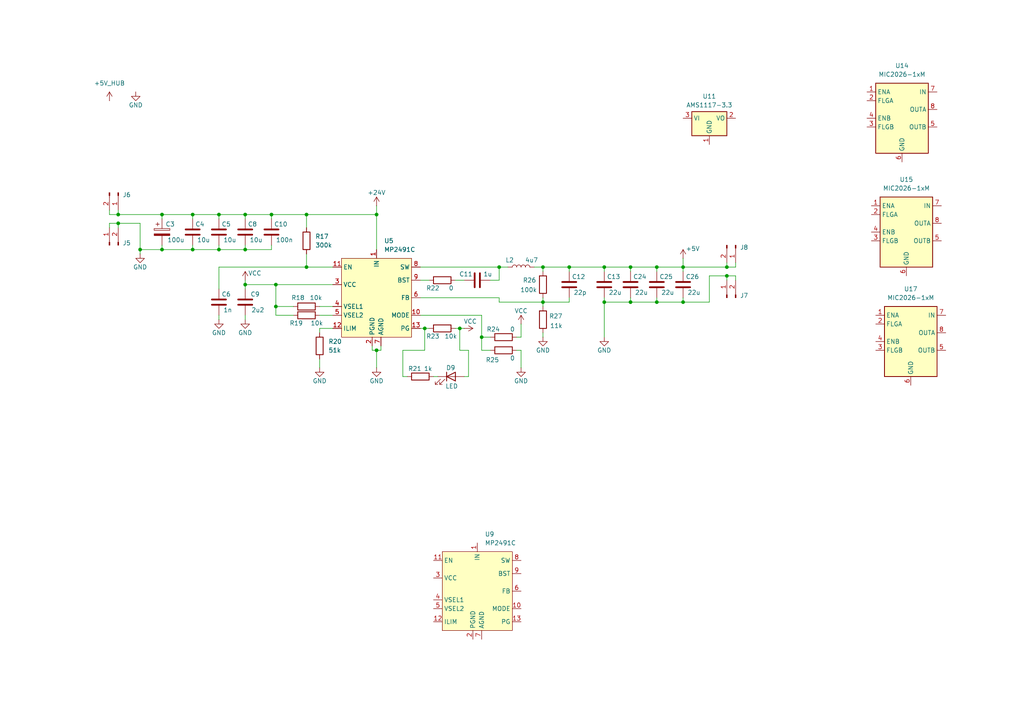
<source format=kicad_sch>
(kicad_sch (version 20231120) (generator "eeschema") (generator_version "8.0")
  (paper "A4")
  (lib_symbols
    (symbol "Connector:Conn_01x02_Pin" (pin_names (offset 1.016) hide)
      (property "Reference" "J" (at 0 2.54 0))
      (property "Value" "Conn_01x02_Pin" (at 0 -5.08 0))
      (symbol "Conn_01x02_Pin_1_1"
        (polyline (pts (xy 1.27 -2.54) (xy 0.8636 -2.54)) (stroke (width 0.1524)))
        (polyline (pts (xy 1.27 0) (xy 0.8636 0)) (stroke (width 0.1524)))
        (rectangle (start 0.8636 -2.413) (end 0 -2.667) (stroke (width 0.1524)) (fill (type outline)))
        (rectangle (start 0.8636 0.127) (end 0 -0.127) (stroke (width 0.1524)) (fill (type outline)))
        (pin passive line (at 5.08 0 180) (length 3.81) (name "Pin_1") (number "1"))
        (pin passive line (at 5.08 -2.54 180) (length 3.81) (name "Pin_2") (number "2"))
      )
    )
    (symbol "Device:C" (pin_numbers hide) (pin_names (offset 0.254))
      (property "Reference" "C" (at 0.635 2.54 0))
      (property "Value" "C" (at 0.635 -2.54 0))
      (symbol "C_0_1"
        (polyline (pts (xy -2.032 -0.762) (xy 2.032 -0.762)) (stroke (width 0.508)))
        (polyline (pts (xy -2.032 0.762) (xy 2.032 0.762)) (stroke (width 0.508)))
      )
      (symbol "C_1_1"
        (pin passive line (at 0 3.81 270) (length 2.794) (name "~") (number "1"))
        (pin passive line (at 0 -3.81 90) (length 2.794) (name "~") (number "2"))
      )
    )
    (symbol "Device:C_Polarized" (pin_numbers hide) (pin_names (offset 0.254))
      (property "Reference" "C" (at 0.635 2.54 0))
      (property "Value" "C_Polarized" (at 0.635 -2.54 0))
      (symbol "C_Polarized_0_1"
        (rectangle (start -2.286 0.508) (end 2.286 1.016))
        (polyline (pts (xy -1.778 2.286) (xy -0.762 2.286)))
        (polyline (pts (xy -1.27 2.794) (xy -1.27 1.778)))
        (rectangle (start 2.286 -0.508) (end -2.286 -1.016) (fill (type outline)))
      )
      (symbol "C_Polarized_1_1"
        (pin passive line (at 0 3.81 270) (length 2.794) (name "~") (number "1"))
        (pin passive line (at 0 -3.81 90) (length 2.794) (name "~") (number "2"))
      )
    )
    (symbol "Device:L" (pin_numbers hide) (pin_names (offset 1.016) hide)
      (property "Reference" "L" (at -1.27 0 90))
      (property "Value" "L" (at 1.905 0 90))
      (symbol "L_0_1"
        (arc (start 0 -2.54) (mid 0.6323 -1.905) (end 0 -1.27))
        (arc (start 0 -1.27) (mid 0.6323 -0.635) (end 0 0))
        (arc (start 0 0) (mid 0.6323 0.635) (end 0 1.27))
        (arc (start 0 1.27) (mid 0.6323 1.905) (end 0 2.54))
      )
      (symbol "L_1_1"
        (pin passive line (at 0 3.81 270) (length 1.27) (name "1") (number "1"))
        (pin passive line (at 0 -3.81 90) (length 1.27) (name "2") (number "2"))
      )
    )
    (symbol "Device:LED" (pin_numbers hide) (pin_names (offset 1.016) hide)
      (property "Reference" "D" (at 0 2.54 0))
      (property "Value" "LED" (at 0 -2.54 0))
      (symbol "LED_0_1"
        (polyline (pts (xy -1.27 -1.27) (xy -1.27 1.27)) (stroke (width 0.254)))
        (polyline (pts (xy -1.27 0) (xy 1.27 0)))
        (polyline (pts (xy 1.27 -1.27) (xy 1.27 1.27) (xy -1.27 0) (xy 1.27 -1.27)) (stroke (width 0.254)))
        (polyline (pts (xy -3.048 -0.762) (xy -4.572 -2.286) (xy -3.81 -2.286) (xy -4.572 -2.286) (xy -4.572 -1.524)))
        (polyline (pts (xy -1.778 -0.762) (xy -3.302 -2.286) (xy -2.54 -2.286) (xy -3.302 -2.286) (xy -3.302 -1.524)))
      )
      (symbol "LED_1_1"
        (pin passive line (at -3.81 0 0) (length 2.54) (name "K") (number "1"))
        (pin passive line (at 3.81 0 180) (length 2.54) (name "A") (number "2"))
      )
    )
    (symbol "Device:R" (pin_numbers hide) (pin_names (offset 0))
      (property "Reference" "R" (at 2.032 0 90))
      (property "Value" "R" (at 0 0 90))
      (symbol "R_0_1"
        (rectangle (start -1.016 -2.54) (end 1.016 2.54) (stroke (width 0.254)))
      )
      (symbol "R_1_1"
        (pin passive line (at 0 3.81 270) (length 1.27) (name "~") (number "1"))
        (pin passive line (at 0 -3.81 90) (length 1.27) (name "~") (number "2"))
      )
    )
    (symbol "HK:MP2491C_HK"
      (property "Reference" "U" (at 0 0 0))
      (property "Value" "MP2491C" (at 5.842 13.462 0))
      (symbol "MP2491C_HK_1_1"
        (rectangle (start -10.16 11.43) (end 10.16 -11.43) (fill (type background)))
        (pin power_in line (at 0 13.97 270) (length 2.54) (name "IN") (number "1"))
        (pin input line (at 12.7 -5.08 180) (length 2.54) (name "MODE") (number "10"))
        (pin input line (at -12.7 8.89 0) (length 2.54) (name "EN") (number "11"))
        (pin input line (at -12.7 -8.89 0) (length 2.54) (name "ILIM") (number "12"))
        (pin output line (at 12.7 -8.89 180) (length 2.54) (name "PG") (number "13"))
        (pin power_in line (at -1.27 -13.97 90) (length 2.54) (name "PGND") (number "2"))
        (pin power_out line (at -12.7 3.81 0) (length 2.54) (name "VCC") (number "3"))
        (pin input line (at -12.7 -2.54 0) (length 2.54) (name "VSEL1") (number "4"))
        (pin input line (at -12.7 -5.08 0) (length 2.54) (name "VSEL2") (number "5"))
        (pin input line (at 12.7 0 180) (length 2.54) (name "FB") (number "6"))
        (pin power_in line (at 1.27 -13.97 90) (length 2.54) (name "AGND") (number "7"))
        (pin power_in line (at 12.7 8.89 180) (length 2.54) (name "SW") (number "8"))
        (pin input line (at 12.7 5.08 180) (length 2.54) (name "BST") (number "9"))
      )
    )
    (symbol "Power_Management:MIC2026-1xM"
      (property "Reference" "U" (at -7.62 11.43 0))
      (property "Value" "MIC2026-1xM" (at 12.7 11.43 0))
      (symbol "MIC2026-1xM_0_1"
        (rectangle (start -7.62 -10.16) (end 7.62 10.16) (stroke (width 0.254)) (fill (type background)))
      )
      (symbol "MIC2026-1xM_1_1"
        (pin input line (at -10.16 7.62 0) (length 2.54) (name "ENA") (number "1"))
        (pin output line (at -10.16 5.08 0) (length 2.54) (name "FLGA") (number "2"))
        (pin output line (at -10.16 -2.54 0) (length 2.54) (name "FLGB") (number "3"))
        (pin input line (at -10.16 0 0) (length 2.54) (name "ENB") (number "4"))
        (pin power_out line (at 10.16 -2.54 180) (length 2.54) (name "OUTB") (number "5"))
        (pin power_in line (at 0 -12.7 90) (length 2.54) (name "GND") (number "6"))
        (pin power_in line (at 10.16 7.62 180) (length 2.54) (name "IN") (number "7"))
        (pin power_out line (at 10.16 2.54 180) (length 2.54) (name "OUTA") (number "8"))
      )
    )
    (symbol "Regulator_Linear:AMS1117-3.3"
      (property "Reference" "U" (at -3.81 3.175 0))
      (property "Value" "AMS1117-3.3" (at 0 3.175 0))
      (symbol "AMS1117-3.3_0_1"
        (rectangle (start -5.08 -5.08) (end 5.08 1.905) (stroke (width 0.254)) (fill (type background)))
      )
      (symbol "AMS1117-3.3_1_1"
        (pin power_in line (at 0 -7.62 90) (length 2.54) (name "GND") (number "1"))
        (pin power_out line (at 7.62 0 180) (length 2.54) (name "VO") (number "2"))
        (pin power_in line (at -7.62 0 0) (length 2.54) (name "VI") (number "3"))
      )
    )
    (symbol "power:+24V" (power) (pin_numbers hide) (pin_names (offset 0) hide)
      (property "Value" "+24V" (at 0 3.556 0))
      (symbol "+24V_0_1"
        (polyline (pts (xy -0.762 1.27) (xy 0 2.54)))
        (polyline (pts (xy 0 0) (xy 0 2.54)))
        (polyline (pts (xy 0 2.54) (xy 0.762 1.27)))
      )
      (symbol "+24V_1_1"
        (pin power_in line (at 0 0 90) (length 0) (name "~") (number "1"))
      )
    )
    (symbol "power:+5V" (power) (pin_numbers hide) (pin_names (offset 0) hide)
      (property "Value" "+5V" (at 0 3.556 0))
      (symbol "+5V_0_1"
        (polyline (pts (xy -0.762 1.27) (xy 0 2.54)))
        (polyline (pts (xy 0 0) (xy 0 2.54)))
        (polyline (pts (xy 0 2.54) (xy 0.762 1.27)))
      )
      (symbol "+5V_1_1"
        (pin power_in line (at 0 0 90) (length 0) (name "~") (number "1"))
      )
    )
    (symbol "power:GND" (power) (pin_numbers hide) (pin_names (offset 0) hide)
      (property "Value" "GND" (at 0 -3.81 0))
      (symbol "GND_0_1"
        (polyline (pts (xy 0 0) (xy 0 -1.27) (xy 1.27 -1.27) (xy 0 -2.54) (xy -1.27 -1.27) (xy 0 -1.27)))
      )
      (symbol "GND_1_1"
        (pin power_in line (at 0 0 270) (length 0) (name "~") (number "1"))
      )
    )
    (symbol "power:VCC" (power) (pin_numbers hide) (pin_names (offset 0) hide)
      (property "Value" "VCC" (at 0 3.556 0))
      (symbol "VCC_0_1"
        (polyline (pts (xy -0.762 1.27) (xy 0 2.54)))
        (polyline (pts (xy 0 0) (xy 0 2.54)))
        (polyline (pts (xy 0 2.54) (xy 0.762 1.27)))
      )
      (symbol "VCC_1_1"
        (pin power_in line (at 0 0 90) (length 0) (name "~") (number "1"))
      )
    )
  )
  (junction (at 109.22 101.6))
  (junction (at 34.29 64.77))
  (junction (at 88.9 62.23))
  (junction (at 71.12 72.39))
  (junction (at 133.35 95.25))
  (junction (at 165.1 77.47))
  (junction (at 71.12 82.55))
  (junction (at 46.99 72.39))
  (junction (at 109.22 62.23))
  (junction (at 34.29 62.23))
  (junction (at 210.82 77.47))
  (junction (at 182.88 87.63))
  (junction (at 139.7 97.79))
  (junction (at 88.9 77.47))
  (junction (at 198.12 77.47))
  (junction (at 182.88 77.47))
  (junction (at 71.12 62.23))
  (junction (at 80.01 82.55))
  (junction (at 157.48 77.47))
  (junction (at 40.64 72.39))
  (junction (at 78.74 62.23))
  (junction (at 123.19 95.25))
  (junction (at 175.26 87.63))
  (junction (at 157.48 87.63))
  (junction (at 190.5 77.47))
  (junction (at 63.5 72.39))
  (junction (at 198.12 87.63))
  (junction (at 46.99 62.23))
  (junction (at 63.5 62.23))
  (junction (at 80.01 88.9))
  (junction (at 210.82 80.01))
  (junction (at 144.78 77.47))
  (junction (at 55.88 72.39))
  (junction (at 175.26 77.47))
  (junction (at 190.5 87.63))
  (junction (at 55.88 62.23))
  (wire (pts (xy 63.5 91.44) (xy 63.5 92.71)))
  (wire (pts (xy 109.22 101.6) (xy 109.22 106.68)))
  (wire (pts (xy 142.24 81.28) (xy 144.78 81.28)))
  (wire (pts (xy 71.12 72.39) (xy 63.5 72.39)))
  (wire (pts (xy 149.86 101.6) (xy 151.13 101.6)))
  (wire (pts (xy 133.35 101.6) (xy 133.35 95.25)))
  (wire (pts (xy 71.12 71.12) (xy 71.12 72.39)))
  (wire (pts (xy 142.24 97.79) (xy 139.7 97.79)))
  (wire (pts (xy 132.08 81.28) (xy 134.62 81.28)))
  (wire (pts (xy 144.78 86.36) (xy 144.78 87.63)))
  (wire (pts (xy 92.71 104.14) (xy 92.71 106.68)))
  (wire (pts (xy 78.74 72.39) (xy 71.12 72.39)))
  (wire (pts (xy 80.01 82.55) (xy 80.01 88.9)))
  (wire (pts (xy 78.74 62.23) (xy 78.74 63.5)))
  (wire (pts (xy 71.12 82.55) (xy 71.12 83.82)))
  (wire (pts (xy 198.12 77.47) (xy 210.82 77.47)))
  (wire (pts (xy 40.64 72.39) (xy 40.64 73.66)))
  (wire (pts (xy 121.92 95.25) (xy 123.19 95.25)))
  (wire (pts (xy 31.75 62.23) (xy 34.29 62.23)))
  (wire (pts (xy 190.5 77.47) (xy 190.5 78.74)))
  (wire (pts (xy 85.09 91.44) (xy 80.01 91.44)))
  (wire (pts (xy 182.88 86.36) (xy 182.88 87.63)))
  (wire (pts (xy 92.71 95.25) (xy 92.71 96.52)))
  (wire (pts (xy 144.78 87.63) (xy 157.48 87.63)))
  (wire (pts (xy 144.78 77.47) (xy 147.32 77.47)))
  (wire (pts (xy 80.01 88.9) (xy 85.09 88.9)))
  (wire (pts (xy 157.48 77.47) (xy 165.1 77.47)))
  (wire (pts (xy 31.75 64.77) (xy 34.29 64.77)))
  (wire (pts (xy 198.12 74.93) (xy 198.12 77.47)))
  (wire (pts (xy 63.5 62.23) (xy 63.5 63.5)))
  (wire (pts (xy 190.5 87.63) (xy 182.88 87.63)))
  (wire (pts (xy 63.5 71.12) (xy 63.5 72.39)))
  (wire (pts (xy 121.92 81.28) (xy 124.46 81.28)))
  (wire (pts (xy 210.82 80.01) (xy 210.82 81.28)))
  (wire (pts (xy 210.82 76.2) (xy 210.82 77.47)))
  (wire (pts (xy 96.52 77.47) (xy 88.9 77.47)))
  (wire (pts (xy 71.12 81.28) (xy 71.12 82.55)))
  (wire (pts (xy 210.82 80.01) (xy 213.36 80.01)))
  (wire (pts (xy 34.29 60.96) (xy 34.29 62.23)))
  (wire (pts (xy 157.48 96.52) (xy 157.48 97.79)))
  (wire (pts (xy 110.49 100.33) (xy 110.49 101.6)))
  (wire (pts (xy 154.94 77.47) (xy 157.48 77.47)))
  (wire (pts (xy 80.01 82.55) (xy 96.52 82.55)))
  (wire (pts (xy 182.88 77.47) (xy 190.5 77.47)))
  (wire (pts (xy 31.75 60.96) (xy 31.75 62.23)))
  (wire (pts (xy 135.89 101.6) (xy 133.35 101.6)))
  (wire (pts (xy 139.7 91.44) (xy 121.92 91.44)))
  (wire (pts (xy 71.12 91.44) (xy 71.12 92.71)))
  (wire (pts (xy 123.19 101.6) (xy 123.19 95.25)))
  (wire (pts (xy 190.5 77.47) (xy 198.12 77.47)))
  (wire (pts (xy 205.74 87.63) (xy 205.74 80.01)))
  (wire (pts (xy 127 109.22) (xy 125.73 109.22)))
  (wire (pts (xy 63.5 62.23) (xy 71.12 62.23)))
  (wire (pts (xy 55.88 62.23) (xy 55.88 63.5)))
  (wire (pts (xy 63.5 77.47) (xy 88.9 77.47)))
  (wire (pts (xy 198.12 77.47) (xy 198.12 78.74)))
  (wire (pts (xy 190.5 86.36) (xy 190.5 87.63)))
  (wire (pts (xy 55.88 72.39) (xy 46.99 72.39)))
  (wire (pts (xy 55.88 71.12) (xy 55.88 72.39)))
  (wire (pts (xy 46.99 72.39) (xy 40.64 72.39)))
  (wire (pts (xy 55.88 62.23) (xy 63.5 62.23)))
  (wire (pts (xy 134.62 109.22) (xy 135.89 109.22)))
  (wire (pts (xy 175.26 77.47) (xy 175.26 78.74)))
  (wire (pts (xy 149.86 97.79) (xy 151.13 97.79)))
  (wire (pts (xy 198.12 87.63) (xy 205.74 87.63)))
  (wire (pts (xy 63.5 83.82) (xy 63.5 77.47)))
  (wire (pts (xy 40.64 64.77) (xy 40.64 72.39)))
  (wire (pts (xy 46.99 71.12) (xy 46.99 72.39)))
  (wire (pts (xy 116.84 101.6) (xy 123.19 101.6)))
  (wire (pts (xy 144.78 81.28) (xy 144.78 77.47)))
  (wire (pts (xy 88.9 62.23) (xy 109.22 62.23)))
  (wire (pts (xy 151.13 101.6) (xy 151.13 106.68)))
  (wire (pts (xy 71.12 62.23) (xy 78.74 62.23)))
  (wire (pts (xy 175.26 87.63) (xy 175.26 97.79)))
  (wire (pts (xy 157.48 87.63) (xy 157.48 88.9)))
  (wire (pts (xy 78.74 71.12) (xy 78.74 72.39)))
  (wire (pts (xy 71.12 82.55) (xy 80.01 82.55)))
  (wire (pts (xy 165.1 86.36) (xy 165.1 87.63)))
  (wire (pts (xy 139.7 97.79) (xy 139.7 101.6)))
  (wire (pts (xy 121.92 77.47) (xy 144.78 77.47)))
  (wire (pts (xy 151.13 93.98) (xy 151.13 97.79)))
  (wire (pts (xy 213.36 80.01) (xy 213.36 81.28)))
  (wire (pts (xy 34.29 62.23) (xy 46.99 62.23)))
  (wire (pts (xy 63.5 72.39) (xy 55.88 72.39)))
  (wire (pts (xy 139.7 101.6) (xy 142.24 101.6)))
  (wire (pts (xy 213.36 77.47) (xy 213.36 76.2)))
  (wire (pts (xy 135.89 109.22) (xy 135.89 101.6)))
  (wire (pts (xy 139.7 91.44) (xy 139.7 97.79)))
  (wire (pts (xy 123.19 95.25) (xy 124.46 95.25)))
  (wire (pts (xy 165.1 77.47) (xy 175.26 77.47)))
  (wire (pts (xy 96.52 95.25) (xy 92.71 95.25)))
  (wire (pts (xy 109.22 59.69) (xy 109.22 62.23)))
  (wire (pts (xy 182.88 87.63) (xy 175.26 87.63)))
  (wire (pts (xy 71.12 62.23) (xy 71.12 63.5)))
  (wire (pts (xy 132.08 95.25) (xy 133.35 95.25)))
  (wire (pts (xy 88.9 62.23) (xy 88.9 66.04)))
  (wire (pts (xy 182.88 77.47) (xy 182.88 78.74)))
  (wire (pts (xy 34.29 64.77) (xy 34.29 66.04)))
  (wire (pts (xy 198.12 86.36) (xy 198.12 87.63)))
  (wire (pts (xy 157.48 86.36) (xy 157.48 87.63)))
  (wire (pts (xy 107.95 100.33) (xy 107.95 101.6)))
  (wire (pts (xy 46.99 62.23) (xy 55.88 62.23)))
  (wire (pts (xy 205.74 80.01) (xy 210.82 80.01)))
  (wire (pts (xy 165.1 87.63) (xy 157.48 87.63)))
  (wire (pts (xy 92.71 88.9) (xy 96.52 88.9)))
  (wire (pts (xy 175.26 77.47) (xy 182.88 77.47)))
  (wire (pts (xy 88.9 77.47) (xy 88.9 73.66)))
  (wire (pts (xy 121.92 86.36) (xy 144.78 86.36)))
  (wire (pts (xy 109.22 62.23) (xy 109.22 72.39)))
  (wire (pts (xy 92.71 91.44) (xy 96.52 91.44)))
  (wire (pts (xy 157.48 77.47) (xy 157.48 78.74)))
  (wire (pts (xy 165.1 77.47) (xy 165.1 78.74)))
  (wire (pts (xy 133.35 95.25) (xy 134.62 95.25)))
  (wire (pts (xy 110.49 101.6) (xy 109.22 101.6)))
  (wire (pts (xy 46.99 62.23) (xy 46.99 63.5)))
  (wire (pts (xy 175.26 86.36) (xy 175.26 87.63)))
  (wire (pts (xy 118.11 109.22) (xy 116.84 109.22)))
  (wire (pts (xy 198.12 87.63) (xy 190.5 87.63)))
  (wire (pts (xy 31.75 64.77) (xy 31.75 66.04)))
  (wire (pts (xy 210.82 77.47) (xy 213.36 77.47)))
  (wire (pts (xy 34.29 64.77) (xy 40.64 64.77)))
  (wire (pts (xy 109.22 101.6) (xy 107.95 101.6)))
  (wire (pts (xy 116.84 109.22) (xy 116.84 101.6)))
  (wire (pts (xy 80.01 88.9) (xy 80.01 91.44)))
  (wire (pts (xy 78.74 62.23) (xy 88.9 62.23)))
  (symbol (lib_id "power:GND") (at 109.22 106.68 0) (unit 1)
    (property "Reference" "#PWR020" (effects (hide yes)))
    (property "Value" "GND" (at 109.22 110.49 0))
    (property "Description" "Power symbol creates a global label with name \"GND\" , ground" (effects (hide yes)))
  )
  (symbol (lib_id "Regulator_Linear:AMS1117-3.3") (at 205.74 34.29 0) (unit 1)
    (property "Reference" "U11" (at 205.74 27.94 0))
    (property "Value" "AMS1117-3.3" (at 205.74 30.48 0))
    (property "Footprint" "Package_TO_SOT_SMD:SOT-223-3_TabPin2" (effects (hide yes)))
    (property "Datasheet" "http://www.advanced-monolithic.com/pdf/ds1117.pdf" (effects (hide yes)))
    (property "Description" "1A Low Dropout regulator, positive, 3.3V fixed output, SOT-223" (effects (hide yes)))
  )
  (symbol (lib_id "Device:R") (at 88.9 69.85 0) (unit 1)
    (property "Reference" "R17" (at 91.44 68.5799 0) (effects (justify left)))
    (property "Value" "300k" (at 91.44 71.1199 0) (effects (justify left)))
    (property "Footprint" "Resistor_SMD:R_0603_1608Metric" (effects (hide yes)))
    (property "Description" "Resistor" (effects (hide yes)))
  )
  (symbol (lib_id "Device:C") (at 71.12 87.63 0) (unit 1)
    (property "Reference" "C9" (at 72.644 85.344 0) (effects (justify left)))
    (property "Value" "2u2" (at 72.898 89.916 0) (effects (justify left)))
    (property "Footprint" "Capacitor_SMD:C_0603_1608Metric" (effects (hide yes)))
    (property "Description" "Unpolarized capacitor" (effects (hide yes)))
  )
  (symbol (lib_id "Device:LED") (at 130.81 109.22 0) (unit 1)
    (property "Reference" "D9" (at 132.08 106.68 0) (effects (justify right)))
    (property "Value" "LED" (at 132.842 112.014 0) (effects (justify right)))
    (property "Footprint" "LED_SMD:LED_0603_1608Metric" (effects (hide yes)))
    (property "Description" "Light emitting diode" (effects (hide yes)))
  )
  (symbol (lib_id "Connector:Conn_01x02_Pin") (at 210.82 86.36 90) (unit 1)
    (property "Reference" "J7" (at 214.63 85.7249 90) (effects (justify right)))
    (property "Value" "Conn_01x02_Pin" (effects (hide yes)))
    (property "Footprint" "Connector_PinHeader_2.54mm:PinHeader_1x02_P2.54mm_Vertical" (effects (hide yes)))
    (property "Description" "Generic connector, single row, 01x02, script generated" (effects (hide yes)))
  )
  (symbol (lib_id "Connector:Conn_01x02_Pin") (at 31.75 71.12 90) (unit 1)
    (property "Reference" "J5" (at 35.56 70.4849 90) (effects (justify right)))
    (property "Value" "Conn_01x02_Pin" (effects (hide yes)))
    (property "Footprint" "Connector_PinHeader_2.54mm:PinHeader_1x02_P2.54mm_Vertical" (effects (hide yes)))
    (property "Description" "Generic connector, single row, 01x02, script generated" (effects (hide yes)))
  )
  (symbol (lib_id "Device:C") (at 165.1 82.55 0) (unit 1)
    (property "Reference" "C12" (at 165.862 80.264 0) (effects (justify left)))
    (property "Value" "22p" (at 166.37 84.836 0) (effects (justify left)))
    (property "Footprint" "Capacitor_SMD:C_0603_1608Metric" (effects (hide yes)))
    (property "Description" "Unpolarized capacitor" (effects (hide yes)))
  )
  (symbol (lib_id "power:GND") (at 151.13 106.68 0) (unit 1)
    (property "Reference" "#PWR023" (effects (hide yes)))
    (property "Value" "GND" (at 151.13 110.49 0))
    (property "Description" "Power symbol creates a global label with name \"GND\" , ground" (effects (hide yes)))
  )
  (symbol (lib_id "Device:C") (at 63.5 87.63 0) (unit 1)
    (property "Reference" "C6" (at 64.262 85.344 0) (effects (justify left)))
    (property "Value" "1n" (at 64.77 89.916 0) (effects (justify left)))
    (property "Footprint" "Capacitor_SMD:C_0603_1608Metric" (effects (hide yes)))
    (property "Description" "Unpolarized capacitor" (effects (hide yes)))
  )
  (symbol (lib_id "Device:R") (at 157.48 82.55 0) (unit 1)
    (property "Reference" "R26" (at 151.638 81.28 0) (effects (justify left)))
    (property "Value" "100k" (at 150.876 84.074 0) (effects (justify left)))
    (property "Footprint" "Resistor_SMD:R_0603_1608Metric" (effects (hide yes)))
    (property "Description" "Resistor" (effects (hide yes)))
  )
  (symbol (lib_id "power:GND") (at 40.64 73.66 0) (unit 1)
    (property "Reference" "#PWR014" (effects (hide yes)))
    (property "Value" "GND" (at 40.64 77.47 0))
    (property "Description" "Power symbol creates a global label with name \"GND\" , ground" (effects (hide yes)))
  )
  (symbol (lib_id "power:GND") (at 175.26 97.79 0) (unit 1)
    (property "Reference" "#PWR025" (effects (hide yes)))
    (property "Value" "GND" (at 175.26 101.6 0))
    (property "Description" "Power symbol creates a global label with name \"GND\" , ground" (effects (hide yes)))
  )
  (symbol (lib_id "Device:R") (at 128.27 81.28 90) (unit 1)
    (property "Reference" "R22" (at 127.508 83.566 90) (effects (justify left)))
    (property "Value" "0" (at 131.572 83.566 90) (effects (justify left)))
    (property "Footprint" "Resistor_SMD:R_0603_1608Metric" (effects (hide yes)))
    (property "Description" "Resistor" (effects (hide yes)))
  )
  (symbol (lib_id "Device:R") (at 88.9 88.9 90) (unit 1)
    (property "Reference" "R18" (at 88.392 86.36 90) (effects (justify left)))
    (property "Value" "10k" (at 93.472 86.36 90) (effects (justify left)))
    (property "Footprint" "Resistor_SMD:R_0603_1608Metric" (effects (hide yes)))
    (property "Description" "Resistor" (effects (hide yes)))
  )
  (symbol (lib_id "Device:R") (at 88.9 91.44 90) (unit 1)
    (property "Reference" "R19" (at 87.884 93.726 90) (effects (justify left)))
    (property "Value" "10k" (at 93.726 93.726 90) (effects (justify left)))
    (property "Footprint" "Resistor_SMD:R_0603_1608Metric" (effects (hide yes)))
    (property "Description" "Resistor" (effects (hide yes)))
  )
  (symbol (lib_id "power:GND") (at 157.48 97.79 0) (unit 1)
    (property "Reference" "#PWR024" (effects (hide yes)))
    (property "Value" "GND" (at 157.48 101.6 0))
    (property "Description" "Power symbol creates a global label with name \"GND\" , ground" (effects (hide yes)))
  )
  (symbol (lib_id "power:VCC") (at 71.12 81.28 0) (unit 1)
    (property "Reference" "#PWR016" (effects (hide yes)))
    (property "Value" "VCC" (at 73.914 79.248 0))
    (property "Description" "Power symbol creates a global label with name \"VCC\"" (effects (hide yes)))
  )
  (symbol (lib_id "Connector:Conn_01x02_Pin") (at 213.36 71.12 270) (unit 1)
    (property "Reference" "J8" (at 214.63 71.7549 90) (effects (justify left)))
    (property "Value" "Conn_01x02_Pin" (effects (hide yes)))
    (property "Footprint" "Connector_PinHeader_2.54mm:PinHeader_1x02_P2.54mm_Vertical" (effects (hide yes)))
    (property "Description" "Generic connector, single row, 01x02, script generated" (effects (hide yes)))
  )
  (symbol (lib_id "Device:C") (at 182.88 82.55 0) (unit 1)
    (property "Reference" "C24" (at 183.642 80.264 0) (effects (justify left)))
    (property "Value" "22u" (at 184.15 84.836 0) (effects (justify left)))
    (property "Footprint" "Capacitor_SMD:C_0805_2012Metric" (effects (hide yes)))
    (property "Description" "Unpolarized capacitor" (effects (hide yes)))
  )
  (symbol (lib_id "HK:MP2491C_HK") (at 109.22 86.36 0) (unit 1)
    (property "Reference" "U5" (at 111.4141 69.85 0) (effects (justify left)))
    (property "Value" "MP2491C" (at 111.4141 72.39 0) (effects (justify left)))
    (property "Footprint" "HK:QFN-13_HK" (effects (hide yes)))
    (property "Datasheet" "https://www.monolithicpower.com/en/documentview/productdocument/index/version/2/document_type/Datasheet/lang/en/sku/MP2491CGQB-Z/document_id/4656/" (effects (hide yes)))
    (property "Description" "Step-Down Converter" (effects (hide yes)))
  )
  (symbol (lib_id "power:+5V") (at 198.12 74.93 0) (unit 1)
    (property "Reference" "#PWR026" (effects (hide yes)))
    (property "Value" "+5V" (at 198.882 72.136 0) (effects (justify left)))
    (property "Description" "Power symbol creates a global label with name \"+5V\"" (effects (hide yes)))
  )
  (symbol (lib_id "Device:R") (at 146.05 97.79 90) (unit 1)
    (property "Reference" "R24" (at 145.034 95.504 90) (effects (justify left)))
    (property "Value" "0" (at 149.352 95.504 90) (effects (justify left)))
    (property "Footprint" "Resistor_SMD:R_0603_1608Metric" (effects (hide yes)))
    (property "Description" "Resistor" (effects (hide yes)))
  )
  (symbol (lib_id "Device:C") (at 78.74 67.31 0) (unit 1)
    (property "Reference" "C10" (at 79.502 65.024 0) (effects (justify left)))
    (property "Value" "100n" (at 80.01 69.596 0) (effects (justify left)))
    (property "Footprint" "Capacitor_SMD:C_0603_1608Metric" (effects (hide yes)))
    (property "Description" "Unpolarized capacitor" (effects (hide yes)))
  )
  (symbol (lib_id "power:GND") (at 39.37 26.67 0) (unit 1)
    (property "Reference" "#PWR03" (effects (hide yes)))
    (property "Value" "GND" (at 39.37 30.48 0))
    (property "Description" "Power symbol creates a global label with name \"GND\" , ground" (effects (hide yes)))
  )
  (symbol (lib_id "Device:C") (at 175.26 82.55 0) (unit 1)
    (property "Reference" "C13" (at 176.022 80.264 0) (effects (justify left)))
    (property "Value" "22u" (at 176.53 84.836 0) (effects (justify left)))
    (property "Footprint" "Capacitor_SMD:C_0805_2012Metric" (effects (hide yes)))
    (property "Description" "Unpolarized capacitor" (effects (hide yes)))
  )
  (symbol (lib_id "Device:R") (at 121.92 109.22 270) (unit 1)
    (property "Reference" "R21" (at 118.364 106.934 90) (effects (justify left)))
    (property "Value" "1k" (at 122.936 106.934 90) (effects (justify left)))
    (property "Footprint" "Resistor_SMD:R_0603_1608Metric" (effects (hide yes)))
    (property "Description" "Resistor" (effects (hide yes)))
  )
  (symbol (lib_id "Device:C") (at 55.88 67.31 0) (unit 1)
    (property "Reference" "C4" (at 56.642 65.024 0) (effects (justify left)))
    (property "Value" "10u" (at 57.15 69.596 0) (effects (justify left)))
    (property "Footprint" "Capacitor_SMD:C_0805_2012Metric" (effects (hide yes)))
    (property "Description" "Unpolarized capacitor" (effects (hide yes)))
  )
  (symbol (lib_id "Power_Management:MIC2026-1xM") (at 262.89 67.31 0) (unit 1)
    (property "Reference" "U15" (at 262.89 52.07 0))
    (property "Value" "MIC2026-1xM" (at 262.89 54.61 0))
    (property "Footprint" "Package_SO:SOIC-8_3.9x4.9mm_P1.27mm" (effects (hide yes)))
    (property "Datasheet" "https://ww1.microchip.com/downloads/aemDocuments/documents/APID/ProductDocuments/DataSheets/MIC2026-MIC2076-Dual-Channel-Power-Distribution-Switch-DS20006443A.pdf" (effects (hide yes)))
    (property "Description" "Dual-channel, high side, power distribution switch, 2.7V-5.5V, Active High Output, SOIC-8" (effects (hide yes)))
  )
  (symbol (lib_id "Device:C_Polarized") (at 46.99 67.31 0) (unit 1)
    (property "Reference" "C3" (at 48.006 65.024 0) (effects (justify left)))
    (property "Value" "100u" (at 48.514 69.596 0) (effects (justify left)))
    (property "Footprint" "Capacitor_THT:CP_Radial_D6.3mm_P2.50mm" (effects (hide yes)))
    (property "Description" "Polarized capacitor" (effects (hide yes)))
  )
  (symbol (lib_id "Device:R") (at 157.48 92.71 0) (unit 1)
    (property "Reference" "R27" (at 159.258 91.694 0) (effects (justify left)))
    (property "Value" "11k" (at 159.512 94.488 0) (effects (justify left)))
    (property "Footprint" "Resistor_SMD:R_0603_1608Metric" (effects (hide yes)))
    (property "Description" "Resistor" (effects (hide yes)))
  )
  (symbol (lib_id "Power_Management:MIC2026-1xM") (at 261.62 34.29 0) (unit 1)
    (property "Reference" "U14" (at 261.62 19.05 0))
    (property "Value" "MIC2026-1xM" (at 261.62 21.59 0))
    (property "Footprint" "Package_SO:SOIC-8_3.9x4.9mm_P1.27mm" (effects (hide yes)))
    (property "Datasheet" "https://ww1.microchip.com/downloads/aemDocuments/documents/APID/ProductDocuments/DataSheets/MIC2026-MIC2076-Dual-Channel-Power-Distribution-Switch-DS20006443A.pdf" (effects (hide yes)))
    (property "Description" "Dual-channel, high side, power distribution switch, 2.7V-5.5V, Active High Output, SOIC-8" (effects (hide yes)))
  )
  (symbol (lib_id "Device:C") (at 63.5 67.31 0) (unit 1)
    (property "Reference" "C5" (at 64.262 65.024 0) (effects (justify left)))
    (property "Value" "10u" (at 64.77 69.596 0) (effects (justify left)))
    (property "Footprint" "Capacitor_SMD:C_0805_2012Metric" (effects (hide yes)))
    (property "Description" "Unpolarized capacitor" (effects (hide yes)))
  )
  (symbol (lib_id "Device:C") (at 198.12 82.55 0) (unit 1)
    (property "Reference" "C26" (at 198.882 80.264 0) (effects (justify left)))
    (property "Value" "22u" (at 199.39 84.836 0) (effects (justify left)))
    (property "Footprint" "Capacitor_SMD:C_0805_2012Metric" (effects (hide yes)))
    (property "Description" "Unpolarized capacitor" (effects (hide yes)))
  )
  (symbol (lib_id "Connector:Conn_01x02_Pin") (at 34.29 55.88 270) (unit 1)
    (property "Reference" "J6" (at 35.56 56.5149 90) (effects (justify left)))
    (property "Value" "Conn_01x02_Pin" (effects (hide yes)))
    (property "Footprint" "Connector_PinHeader_2.54mm:PinHeader_1x02_P2.54mm_Vertical" (effects (hide yes)))
    (property "Description" "Generic connector, single row, 01x02, script generated" (effects (hide yes)))
  )
  (symbol (lib_id "Power_Management:MIC2026-1xM") (at 264.16 99.06 0) (unit 1)
    (property "Reference" "U17" (at 264.16 83.82 0))
    (property "Value" "MIC2026-1xM" (at 264.16 86.36 0))
    (property "Footprint" "Package_SO:SOIC-8_3.9x4.9mm_P1.27mm" (effects (hide yes)))
    (property "Datasheet" "https://ww1.microchip.com/downloads/aemDocuments/documents/APID/ProductDocuments/DataSheets/MIC2026-MIC2076-Dual-Channel-Power-Distribution-Switch-DS20006443A.pdf" (effects (hide yes)))
    (property "Description" "Dual-channel, high side, power distribution switch, 2.7V-5.5V, Active High Output, SOIC-8" (effects (hide yes)))
  )
  (symbol (lib_id "Device:R") (at 146.05 101.6 90) (unit 1)
    (property "Reference" "R25" (at 144.78 104.394 90) (effects (justify left)))
    (property "Value" "0" (at 149.352 103.886 90) (effects (justify left)))
    (property "Footprint" "Resistor_SMD:R_0603_1608Metric" (effects (hide yes)))
    (property "Description" "Resistor" (effects (hide yes)))
  )
  (symbol (lib_id "power:GND") (at 63.5 92.71 0) (unit 1)
    (property "Reference" "#PWR015" (effects (hide yes)))
    (property "Value" "GND" (at 63.5 96.52 0))
    (property "Description" "Power symbol creates a global label with name \"GND\" , ground" (effects (hide yes)))
  )
  (symbol (lib_id "power:GND") (at 92.71 106.68 0) (unit 1)
    (property "Reference" "#PWR018" (effects (hide yes)))
    (property "Value" "GND" (at 92.71 110.49 0))
    (property "Description" "Power symbol creates a global label with name \"GND\" , ground" (effects (hide yes)))
  )
  (symbol (lib_id "Device:C") (at 190.5 82.55 0) (unit 1)
    (property "Reference" "C25" (at 191.262 80.264 0) (effects (justify left)))
    (property "Value" "22u" (at 191.77 84.836 0) (effects (justify left)))
    (property "Footprint" "Capacitor_SMD:C_0805_2012Metric" (effects (hide yes)))
    (property "Description" "Unpolarized capacitor" (effects (hide yes)))
  )
  (symbol (lib_id "power:VCC") (at 151.13 93.98 0) (unit 1)
    (property "Reference" "#PWR022" (effects (hide yes)))
    (property "Value" "VCC" (at 151.13 90.17 0))
    (property "Description" "Power symbol creates a global label with name \"VCC\"" (effects (hide yes)))
  )
  (symbol (lib_id "Device:C") (at 138.43 81.28 270) (unit 1)
    (property "Reference" "C11" (at 135.128 79.502 90))
    (property "Value" "1u" (at 141.478 79.502 90))
    (property "Footprint" "Capacitor_SMD:C_0603_1608Metric" (effects (hide yes)))
    (property "Description" "Unpolarized capacitor" (effects (hide yes)))
  )
  (symbol (lib_id "Device:L") (at 151.13 77.47 90) (unit 1)
    (property "Reference" "L2" (at 147.828 75.438 90))
    (property "Value" "4u7" (at 154.178 75.438 90))
    (property "Footprint" "HK:Inductor_IHLP3232DZER4R7M11_HK" (effects (hide yes)))
    (property "Description" "Inductor" (effects (hide yes)))
  )
  (symbol (lib_id "Device:R") (at 92.71 100.33 0) (unit 1)
    (property "Reference" "R20" (at 95.25 99.0599 0) (effects (justify left)))
    (property "Value" "51k" (at 95.25 101.5999 0) (effects (justify left)))
    (property "Footprint" "Resistor_SMD:R_0603_1608Metric" (effects (hide yes)))
    (property "Description" "Resistor" (effects (hide yes)))
  )
  (symbol (lib_id "Device:R") (at 128.27 95.25 90) (unit 1)
    (property "Reference" "R23" (at 127.508 97.536 90) (effects (justify left)))
    (property "Value" "10k" (at 132.588 97.536 90) (effects (justify left)))
    (property "Footprint" "Resistor_SMD:R_0603_1608Metric" (effects (hide yes)))
    (property "Description" "Resistor" (effects (hide yes)))
  )
  (symbol (lib_id "power:GND") (at 71.12 92.71 0) (unit 1)
    (property "Reference" "#PWR017" (effects (hide yes)))
    (property "Value" "GND" (at 71.12 96.52 0))
    (property "Description" "Power symbol creates a global label with name \"GND\" , ground" (effects (hide yes)))
  )
  (symbol (lib_id "power:+5V") (at 31.75 29.21 0) (unit 1)
    (property "Reference" "#PWR02" (effects (hide yes)))
    (property "Value" "+5V_HUB" (at 31.75 24.13 0))
    (property "Description" "Power symbol creates a global label with name \"+5V\"" (effects (hide yes)))
  )
  (symbol (lib_id "HK:MP2491C_HK") (at 138.43 171.45 0) (unit 1)
    (property "Reference" "U9" (at 140.6241 154.94 0) (effects (justify left)))
    (property "Value" "MP2491C" (at 140.6241 157.48 0) (effects (justify left)))
    (property "Footprint" "HK:QFN-13_HK" (effects (hide yes)))
    (property "Datasheet" "https://www.monolithicpower.com/en/documentview/productdocument/index/version/2/document_type/Datasheet/lang/en/sku/MP2491CGQB-Z/document_id/4656/" (effects (hide yes)))
    (property "Description" "Step-Down Converter" (effects (hide yes)))
  )
  (symbol (lib_id "Device:C") (at 71.12 67.31 0) (unit 1)
    (property "Reference" "C8" (at 71.882 65.024 0) (effects (justify left)))
    (property "Value" "10u" (at 72.39 69.596 0) (effects (justify left)))
    (property "Footprint" "Capacitor_SMD:C_0805_2012Metric" (effects (hide yes)))
    (property "Description" "Unpolarized capacitor" (effects (hide yes)))
  )
  (symbol (lib_id "power:+24V") (at 109.22 59.69 0) (unit 1)
    (property "Reference" "#PWR019" (effects (hide yes)))
    (property "Value" "+24V" (at 109.22 55.88 0))
    (property "Description" "Power symbol creates a global label with name \"+24V\"" (effects (hide yes)))
  )
  (symbol (lib_id "power:VCC") (at 134.62 95.25 270) (unit 1)
    (property "Reference" "#PWR021" (effects (hide yes)))
    (property "Value" "VCC" (at 136.398 93.218 90))
    (property "Description" "Power symbol creates a global label with name \"VCC\"" (effects (hide yes)))
  )
)
</source>
